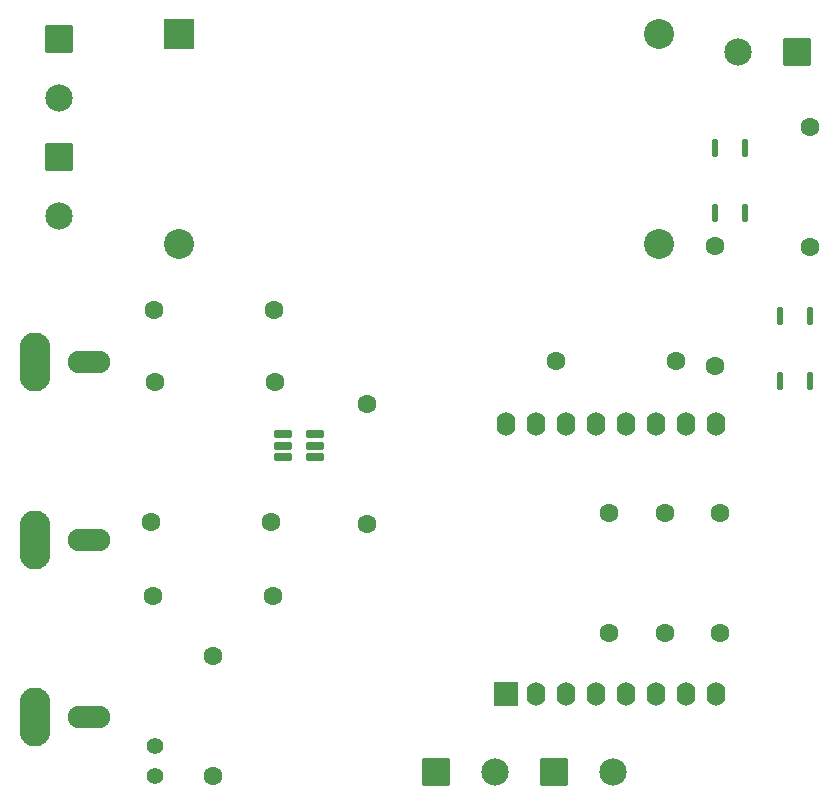
<source format=gbr>
%TF.GenerationSoftware,KiCad,Pcbnew,9.0.2*%
%TF.CreationDate,2025-07-13T19:28:41+02:00*%
%TF.ProjectId,AHD-Switch,4148442d-5377-4697-9463-682e6b696361,rev?*%
%TF.SameCoordinates,Original*%
%TF.FileFunction,Soldermask,Top*%
%TF.FilePolarity,Negative*%
%FSLAX46Y46*%
G04 Gerber Fmt 4.6, Leading zero omitted, Abs format (unit mm)*
G04 Created by KiCad (PCBNEW 9.0.2) date 2025-07-13 19:28:41*
%MOMM*%
%LPD*%
G01*
G04 APERTURE LIST*
G04 Aperture macros list*
%AMRoundRect*
0 Rectangle with rounded corners*
0 $1 Rounding radius*
0 $2 $3 $4 $5 $6 $7 $8 $9 X,Y pos of 4 corners*
0 Add a 4 corners polygon primitive as box body*
4,1,4,$2,$3,$4,$5,$6,$7,$8,$9,$2,$3,0*
0 Add four circle primitives for the rounded corners*
1,1,$1+$1,$2,$3*
1,1,$1+$1,$4,$5*
1,1,$1+$1,$6,$7*
1,1,$1+$1,$8,$9*
0 Add four rect primitives between the rounded corners*
20,1,$1+$1,$2,$3,$4,$5,0*
20,1,$1+$1,$4,$5,$6,$7,0*
20,1,$1+$1,$6,$7,$8,$9,0*
20,1,$1+$1,$8,$9,$2,$3,0*%
G04 Aperture macros list end*
%ADD10C,1.600000*%
%ADD11RoundRect,0.102000X-1.050000X1.050000X-1.050000X-1.050000X1.050000X-1.050000X1.050000X1.050000X0*%
%ADD12C,2.304000*%
%ADD13O,2.604000X5.004000*%
%ADD14O,3.604000X1.904000*%
%ADD15RoundRect,0.137500X-0.137500X0.587500X-0.137500X-0.587500X0.137500X-0.587500X0.137500X0.587500X0*%
%ADD16RoundRect,0.102000X-1.050000X-1.050000X1.050000X-1.050000X1.050000X1.050000X-1.050000X1.050000X0*%
%ADD17RoundRect,0.137500X0.137500X-0.587500X0.137500X0.587500X-0.137500X0.587500X-0.137500X-0.587500X0*%
%ADD18RoundRect,0.162500X-0.617500X-0.162500X0.617500X-0.162500X0.617500X0.162500X-0.617500X0.162500X0*%
%ADD19C,1.400000*%
%ADD20R,2.000000X2.000000*%
%ADD21O,1.600000X2.000000*%
%ADD22R,2.540000X2.540000*%
%ADD23C,2.540000*%
%ADD24RoundRect,0.102000X1.050000X1.050000X-1.050000X1.050000X-1.050000X-1.050000X1.050000X-1.050000X0*%
G04 APERTURE END LIST*
D10*
%TO.C,R7*%
X89200000Y-108900000D03*
X79040000Y-108900000D03*
%TD*%
%TO.C,R3*%
X63100000Y-122700000D03*
X63100000Y-112540000D03*
%TD*%
D11*
%TO.C,J4*%
X37000000Y-81600000D03*
D12*
X37000000Y-86600000D03*
%TD*%
D13*
%TO.C,J2*%
X35000000Y-124000000D03*
D14*
X39500000Y-124000000D03*
%TD*%
D11*
%TO.C,J6*%
X37000000Y-91600000D03*
D12*
X37000000Y-96600000D03*
%TD*%
D15*
%TO.C,U5*%
X100570000Y-105050000D03*
X98030000Y-105050000D03*
X98030000Y-110550000D03*
X100570000Y-110550000D03*
%TD*%
D16*
%TO.C,SW1*%
X78900000Y-143700000D03*
D12*
X83900000Y-143700000D03*
%TD*%
D10*
%TO.C,R1*%
X45020000Y-104600000D03*
X55180000Y-104600000D03*
%TD*%
%TO.C,R5*%
X45120000Y-110700000D03*
X55280000Y-110700000D03*
%TD*%
%TO.C,R8*%
X88300000Y-131880000D03*
X88300000Y-121720000D03*
%TD*%
%TO.C,R4*%
X50000000Y-144000000D03*
X50000000Y-133840000D03*
%TD*%
D17*
%TO.C,U3*%
X92530000Y-96350000D03*
X95070000Y-96350000D03*
X95070000Y-90850000D03*
X92530000Y-90850000D03*
%TD*%
D18*
%TO.C,U1*%
X56000000Y-115100000D03*
X56000000Y-116050000D03*
X56000000Y-117000000D03*
X58700000Y-117000000D03*
X58700000Y-116050000D03*
X58700000Y-115100000D03*
%TD*%
D16*
%TO.C,SW5*%
X68900000Y-143700000D03*
D12*
X73900000Y-143700000D03*
%TD*%
D19*
%TO.C,JP1*%
X45100000Y-144000000D03*
X45100000Y-141460000D03*
%TD*%
D10*
%TO.C,R6*%
X44820000Y-122500000D03*
X54980000Y-122500000D03*
%TD*%
D20*
%TO.C,U2*%
X74810000Y-137045000D03*
D21*
X77350000Y-137045000D03*
X79890000Y-137045000D03*
X82430000Y-137045000D03*
X84970000Y-137045000D03*
X87510000Y-137045000D03*
X90050000Y-137045000D03*
X92590000Y-137045000D03*
X92590000Y-114185000D03*
X90050000Y-114185000D03*
X87510000Y-114185000D03*
X84970000Y-114185000D03*
X82430000Y-114185000D03*
X79890000Y-114185000D03*
X77350000Y-114185000D03*
X74810000Y-114185000D03*
%TD*%
D22*
%TO.C,U4*%
X47200000Y-81200000D03*
D23*
X47200000Y-98980000D03*
X87840000Y-98980000D03*
X87840000Y-81200000D03*
%TD*%
D13*
%TO.C,J1*%
X35000000Y-109000000D03*
D14*
X39500000Y-109000000D03*
%TD*%
D13*
%TO.C,J3*%
X35000000Y-139000000D03*
D14*
X39500000Y-139000000D03*
%TD*%
D10*
%TO.C,R9*%
X93000000Y-131880000D03*
X93000000Y-121720000D03*
%TD*%
%TO.C,R2*%
X44920000Y-128800000D03*
X55080000Y-128800000D03*
%TD*%
%TO.C,R11*%
X83600000Y-131880000D03*
X83600000Y-121720000D03*
%TD*%
%TO.C,R12*%
X92500000Y-109280000D03*
X92500000Y-99120000D03*
%TD*%
D24*
%TO.C,J5*%
X99500000Y-82700000D03*
D12*
X94500000Y-82700000D03*
%TD*%
D10*
%TO.C,R10*%
X100600000Y-89100000D03*
X100600000Y-99260000D03*
%TD*%
M02*

</source>
